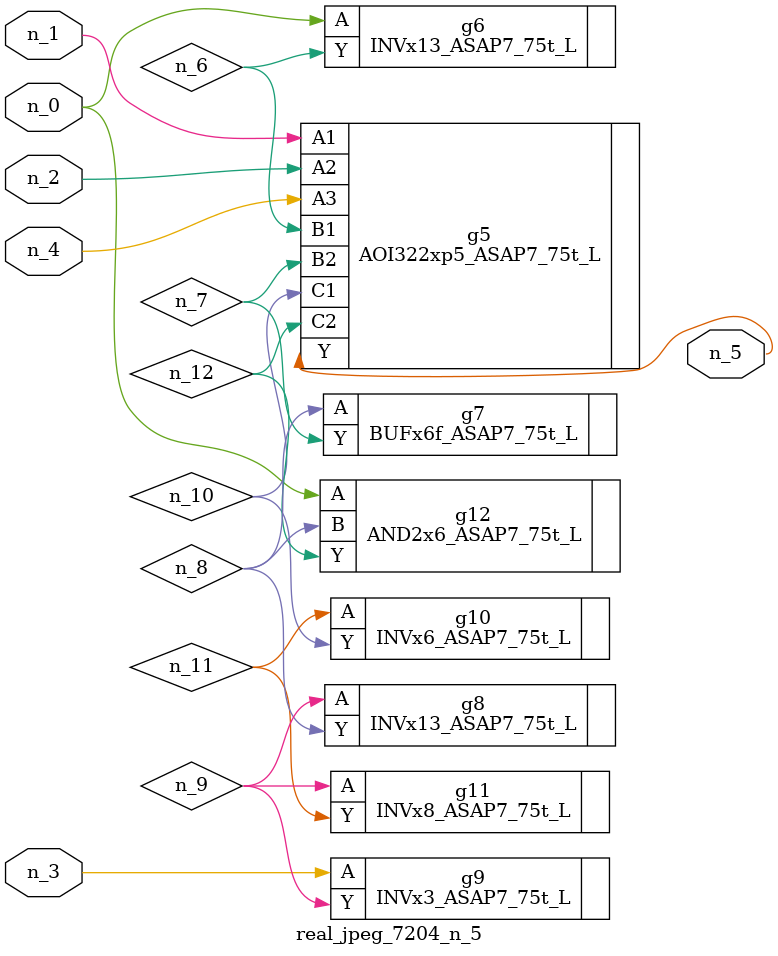
<source format=v>
module real_jpeg_7204_n_5 (n_4, n_0, n_1, n_2, n_3, n_5);

input n_4;
input n_0;
input n_1;
input n_2;
input n_3;

output n_5;

wire n_12;
wire n_8;
wire n_11;
wire n_6;
wire n_7;
wire n_10;
wire n_9;

INVx13_ASAP7_75t_L g6 ( 
.A(n_0),
.Y(n_6)
);

AND2x6_ASAP7_75t_L g12 ( 
.A(n_0),
.B(n_8),
.Y(n_12)
);

AOI322xp5_ASAP7_75t_L g5 ( 
.A1(n_1),
.A2(n_2),
.A3(n_4),
.B1(n_6),
.B2(n_7),
.C1(n_10),
.C2(n_12),
.Y(n_5)
);

INVx3_ASAP7_75t_L g9 ( 
.A(n_3),
.Y(n_9)
);

BUFx6f_ASAP7_75t_L g7 ( 
.A(n_8),
.Y(n_7)
);

INVx13_ASAP7_75t_L g8 ( 
.A(n_9),
.Y(n_8)
);

INVx8_ASAP7_75t_L g11 ( 
.A(n_9),
.Y(n_11)
);

INVx6_ASAP7_75t_L g10 ( 
.A(n_11),
.Y(n_10)
);


endmodule
</source>
